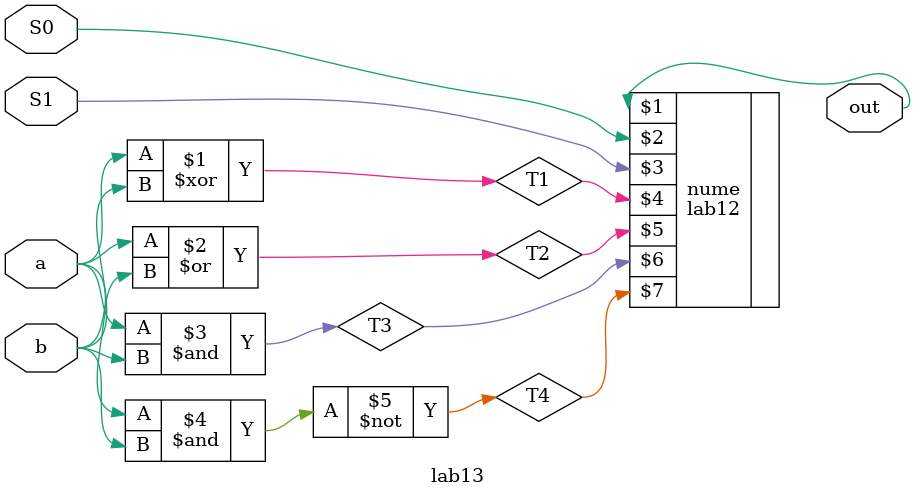
<source format=v>
`timescale 1ns / 1ps
module lab13(output out, input S0, input S1, input a, input b);

	wire T1;
	wire T2;
	wire T3;
	wire T4;
	
	xor(T1, a, b);
	or(T2, a, b);
	and(T3, a, b);
	nand(T4, a, b);

	lab12 nume(out, S0, S1, T1, T2, T3, T4);
	
endmodule

</source>
